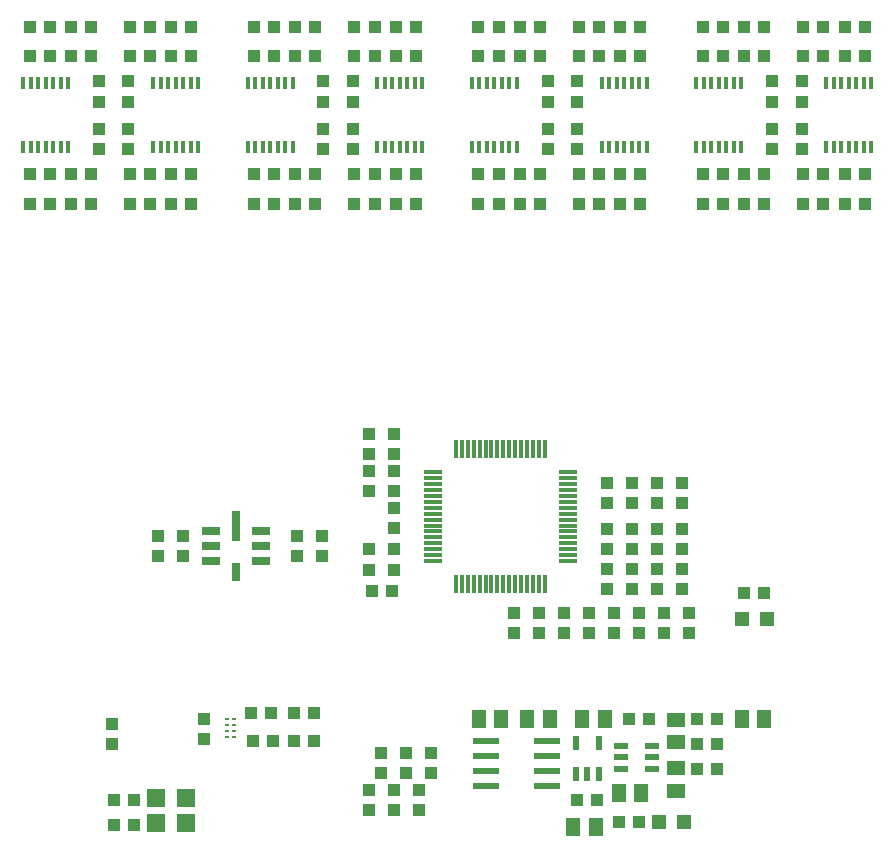
<source format=gbr>
G04 EAGLE Gerber RS-274X export*
G75*
%MOMM*%
%FSLAX34Y34*%
%LPD*%
%INSolderpaste Top*%
%IPPOS*%
%AMOC8*
5,1,8,0,0,1.08239X$1,22.5*%
G01*
%ADD10R,1.000000X1.100000*%
%ADD11R,1.100000X1.000000*%
%ADD12R,0.300000X1.500000*%
%ADD13R,1.500000X0.300000*%
%ADD14R,0.304800X0.990600*%
%ADD15R,1.600000X1.500000*%
%ADD16R,1.200000X0.550000*%
%ADD17R,0.550000X1.200000*%
%ADD18R,1.300000X1.500000*%
%ADD19R,1.500000X1.300000*%
%ADD20R,1.200000X1.200000*%
%ADD21R,2.200000X0.600000*%
%ADD22R,0.700000X2.500000*%
%ADD23R,0.700000X1.600000*%
%ADD24R,1.500000X0.700000*%
%ADD25R,0.350000X0.250000*%


D10*
X577500Y296000D03*
X577500Y279000D03*
X556250Y296000D03*
X556250Y279000D03*
X535000Y296000D03*
X535000Y279000D03*
X333750Y378500D03*
X333750Y361500D03*
X355000Y378500D03*
X355000Y361500D03*
X333750Y392750D03*
X333750Y409750D03*
X355000Y392750D03*
X355000Y409750D03*
X598750Y351500D03*
X598750Y368500D03*
X577500Y351500D03*
X577500Y368500D03*
X535000Y351500D03*
X535000Y368500D03*
X556250Y351500D03*
X556250Y368500D03*
X535000Y329750D03*
X535000Y312750D03*
X556250Y329750D03*
X556250Y312750D03*
X355000Y312250D03*
X355000Y295250D03*
D11*
X353500Y277500D03*
X336500Y277500D03*
D10*
X598750Y329750D03*
X598750Y312750D03*
X577500Y329750D03*
X577500Y312750D03*
X333750Y312250D03*
X333750Y295250D03*
X355000Y347250D03*
X355000Y330250D03*
X598750Y296000D03*
X598750Y279000D03*
D11*
X498750Y258500D03*
X498750Y241500D03*
X605000Y241500D03*
X605000Y258500D03*
X583750Y241500D03*
X583750Y258500D03*
X562500Y241500D03*
X562500Y258500D03*
X541250Y241500D03*
X541250Y258500D03*
D12*
X482500Y397000D03*
X477500Y397000D03*
X472500Y397000D03*
X467500Y397000D03*
X462500Y397000D03*
X457500Y397000D03*
X452500Y397000D03*
X447500Y397000D03*
X442500Y397000D03*
X437500Y397000D03*
X432500Y397000D03*
X427500Y397000D03*
X422500Y397000D03*
X417500Y397000D03*
X412500Y397000D03*
X407500Y397000D03*
D13*
X388000Y377500D03*
X388000Y372500D03*
X388000Y367500D03*
X388000Y362500D03*
X388000Y357500D03*
X388000Y352500D03*
X388000Y347500D03*
X388000Y342500D03*
X388000Y337500D03*
X388000Y332500D03*
X388000Y327500D03*
X388000Y322500D03*
X388000Y317500D03*
X388000Y312500D03*
X388000Y307500D03*
X388000Y302500D03*
D12*
X407500Y283000D03*
X412500Y283000D03*
X417500Y283000D03*
X422500Y283000D03*
X427500Y283000D03*
X432500Y283000D03*
X437500Y283000D03*
X442500Y283000D03*
X447500Y283000D03*
X452500Y283000D03*
X457500Y283000D03*
X462500Y283000D03*
X467500Y283000D03*
X472500Y283000D03*
X477500Y283000D03*
X482500Y283000D03*
D13*
X502000Y302500D03*
X502000Y307500D03*
X502000Y312500D03*
X502000Y317500D03*
X502000Y322500D03*
X502000Y327500D03*
X502000Y332500D03*
X502000Y337500D03*
X502000Y342500D03*
X502000Y347500D03*
X502000Y352500D03*
X502000Y357500D03*
X502000Y362500D03*
X502000Y367500D03*
X502000Y372500D03*
X502000Y377500D03*
D11*
X520000Y258500D03*
X520000Y241500D03*
D14*
X79050Y707178D03*
X72700Y707178D03*
X66350Y707178D03*
X60000Y707178D03*
X53650Y707178D03*
X47300Y707178D03*
X40950Y707178D03*
X79050Y652822D03*
X72700Y652822D03*
X66350Y652822D03*
X60000Y652822D03*
X53650Y652822D03*
X47300Y652822D03*
X40950Y652822D03*
D10*
X98500Y755000D03*
X81500Y755000D03*
D11*
X81500Y730000D03*
X98500Y730000D03*
D10*
X105000Y691500D03*
X105000Y708500D03*
X105000Y668500D03*
X105000Y651500D03*
X98500Y630000D03*
X81500Y630000D03*
D11*
X81500Y605000D03*
X98500Y605000D03*
D10*
X46500Y755000D03*
X63500Y755000D03*
D11*
X63500Y730000D03*
X46500Y730000D03*
D10*
X46500Y630000D03*
X63500Y630000D03*
D11*
X63500Y605000D03*
X46500Y605000D03*
D14*
X189050Y707178D03*
X182700Y707178D03*
X176350Y707178D03*
X170000Y707178D03*
X163650Y707178D03*
X157300Y707178D03*
X150950Y707178D03*
X189050Y652822D03*
X182700Y652822D03*
X176350Y652822D03*
X170000Y652822D03*
X163650Y652822D03*
X157300Y652822D03*
X150950Y652822D03*
D10*
X183500Y755000D03*
X166500Y755000D03*
D11*
X166500Y730000D03*
X183500Y730000D03*
D10*
X130000Y691500D03*
X130000Y708500D03*
X130000Y668500D03*
X130000Y651500D03*
X183500Y630000D03*
X166500Y630000D03*
D11*
X166500Y605000D03*
X183500Y605000D03*
D10*
X131500Y755000D03*
X148500Y755000D03*
D11*
X148500Y730000D03*
X131500Y730000D03*
D10*
X131500Y630000D03*
X148500Y630000D03*
D11*
X148500Y605000D03*
X131500Y605000D03*
D14*
X269050Y707178D03*
X262700Y707178D03*
X256350Y707178D03*
X250000Y707178D03*
X243650Y707178D03*
X237300Y707178D03*
X230950Y707178D03*
X269050Y652822D03*
X262700Y652822D03*
X256350Y652822D03*
X250000Y652822D03*
X243650Y652822D03*
X237300Y652822D03*
X230950Y652822D03*
D10*
X288500Y755000D03*
X271500Y755000D03*
D11*
X271500Y730000D03*
X288500Y730000D03*
D10*
X295000Y691500D03*
X295000Y708500D03*
X295000Y668500D03*
X295000Y651500D03*
X288500Y630000D03*
X271500Y630000D03*
D11*
X271500Y605000D03*
X288500Y605000D03*
D10*
X236500Y755000D03*
X253500Y755000D03*
D11*
X253500Y730000D03*
X236500Y730000D03*
D10*
X236500Y630000D03*
X253500Y630000D03*
D11*
X253500Y605000D03*
X236500Y605000D03*
D14*
X379050Y707178D03*
X372700Y707178D03*
X366350Y707178D03*
X360000Y707178D03*
X353650Y707178D03*
X347300Y707178D03*
X340950Y707178D03*
X379050Y652822D03*
X372700Y652822D03*
X366350Y652822D03*
X360000Y652822D03*
X353650Y652822D03*
X347300Y652822D03*
X340950Y652822D03*
D10*
X373500Y755000D03*
X356500Y755000D03*
D11*
X356500Y730000D03*
X373500Y730000D03*
D10*
X320000Y691500D03*
X320000Y708500D03*
X320000Y668500D03*
X320000Y651500D03*
X373500Y630000D03*
X356500Y630000D03*
D11*
X356500Y605000D03*
X373500Y605000D03*
D10*
X321500Y755000D03*
X338500Y755000D03*
D11*
X338500Y730000D03*
X321500Y730000D03*
D10*
X321500Y630000D03*
X338500Y630000D03*
D11*
X338500Y605000D03*
X321500Y605000D03*
D14*
X459050Y707178D03*
X452700Y707178D03*
X446350Y707178D03*
X440000Y707178D03*
X433650Y707178D03*
X427300Y707178D03*
X420950Y707178D03*
X459050Y652822D03*
X452700Y652822D03*
X446350Y652822D03*
X440000Y652822D03*
X433650Y652822D03*
X427300Y652822D03*
X420950Y652822D03*
D10*
X478500Y755000D03*
X461500Y755000D03*
D11*
X461500Y730000D03*
X478500Y730000D03*
D10*
X485000Y691500D03*
X485000Y708500D03*
X485000Y668500D03*
X485000Y651500D03*
X478500Y630000D03*
X461500Y630000D03*
D11*
X461500Y605000D03*
X478500Y605000D03*
D10*
X426500Y755000D03*
X443500Y755000D03*
D11*
X443500Y730000D03*
X426500Y730000D03*
D10*
X426500Y630000D03*
X443500Y630000D03*
D11*
X443500Y605000D03*
X426500Y605000D03*
D14*
X569050Y707178D03*
X562700Y707178D03*
X556350Y707178D03*
X550000Y707178D03*
X543650Y707178D03*
X537300Y707178D03*
X530950Y707178D03*
X569050Y652822D03*
X562700Y652822D03*
X556350Y652822D03*
X550000Y652822D03*
X543650Y652822D03*
X537300Y652822D03*
X530950Y652822D03*
D10*
X563500Y755000D03*
X546500Y755000D03*
D11*
X546500Y730000D03*
X563500Y730000D03*
D10*
X510000Y691500D03*
X510000Y708500D03*
X510000Y668500D03*
X510000Y651500D03*
X563500Y630000D03*
X546500Y630000D03*
D11*
X546500Y605000D03*
X563500Y605000D03*
D10*
X511500Y755000D03*
X528500Y755000D03*
D11*
X528500Y730000D03*
X511500Y730000D03*
D10*
X511500Y630000D03*
X528500Y630000D03*
D11*
X528500Y605000D03*
X511500Y605000D03*
D14*
X649050Y707178D03*
X642700Y707178D03*
X636350Y707178D03*
X630000Y707178D03*
X623650Y707178D03*
X617300Y707178D03*
X610950Y707178D03*
X649050Y652822D03*
X642700Y652822D03*
X636350Y652822D03*
X630000Y652822D03*
X623650Y652822D03*
X617300Y652822D03*
X610950Y652822D03*
D10*
X668500Y755000D03*
X651500Y755000D03*
D11*
X651500Y730000D03*
X668500Y730000D03*
D10*
X675000Y691500D03*
X675000Y708500D03*
X675000Y668500D03*
X675000Y651500D03*
X668500Y630000D03*
X651500Y630000D03*
D11*
X651500Y605000D03*
X668500Y605000D03*
D10*
X616500Y755000D03*
X633500Y755000D03*
D11*
X633500Y730000D03*
X616500Y730000D03*
D10*
X616500Y630000D03*
X633500Y630000D03*
D11*
X633500Y605000D03*
X616500Y605000D03*
D14*
X759050Y707178D03*
X752700Y707178D03*
X746350Y707178D03*
X740000Y707178D03*
X733650Y707178D03*
X727300Y707178D03*
X720950Y707178D03*
X759050Y652822D03*
X752700Y652822D03*
X746350Y652822D03*
X740000Y652822D03*
X733650Y652822D03*
X727300Y652822D03*
X720950Y652822D03*
D10*
X753500Y755000D03*
X736500Y755000D03*
D11*
X736500Y730000D03*
X753500Y730000D03*
D10*
X700000Y691500D03*
X700000Y708500D03*
X700000Y668500D03*
X700000Y651500D03*
X753500Y630000D03*
X736500Y630000D03*
D11*
X736500Y605000D03*
X753500Y605000D03*
D10*
X701500Y755000D03*
X718500Y755000D03*
D11*
X718500Y730000D03*
X701500Y730000D03*
D10*
X701500Y630000D03*
X718500Y630000D03*
D11*
X718500Y605000D03*
X701500Y605000D03*
D10*
X176250Y323500D03*
X176250Y306500D03*
D15*
X178950Y102250D03*
X178950Y80250D03*
X153550Y102250D03*
X153550Y80250D03*
D11*
X134750Y100000D03*
X117750Y100000D03*
D10*
X117750Y78750D03*
X134750Y78750D03*
D11*
X116250Y164750D03*
X116250Y147750D03*
D16*
X573000Y126750D03*
X573000Y136250D03*
X573000Y145750D03*
X547000Y145750D03*
X547000Y126750D03*
X547000Y136250D03*
D17*
X509250Y122000D03*
X518750Y122000D03*
X528250Y122000D03*
X528250Y148000D03*
X509250Y148000D03*
D11*
X527250Y100000D03*
X510250Y100000D03*
D18*
X545500Y106250D03*
X564500Y106250D03*
D19*
X593750Y168250D03*
X593750Y149250D03*
D18*
X525750Y77500D03*
X506750Y77500D03*
X514250Y168750D03*
X533250Y168750D03*
D11*
X554000Y168750D03*
X571000Y168750D03*
D19*
X593750Y127000D03*
X593750Y108000D03*
D18*
X649250Y168750D03*
X668250Y168750D03*
D10*
X611500Y168750D03*
X628500Y168750D03*
X628500Y147500D03*
X611500Y147500D03*
X611500Y126250D03*
X628500Y126250D03*
D11*
X376250Y108500D03*
X376250Y91500D03*
X333750Y108500D03*
X333750Y91500D03*
X456250Y258500D03*
X456250Y241500D03*
X386250Y139750D03*
X386250Y122750D03*
D20*
X579500Y81250D03*
X600500Y81250D03*
X670500Y253750D03*
X649500Y253750D03*
D10*
X562250Y81250D03*
X545250Y81250D03*
X668500Y275000D03*
X651500Y275000D03*
D21*
X432750Y137600D03*
X484750Y137600D03*
X432750Y150300D03*
X432750Y124900D03*
X432750Y112200D03*
X484750Y150300D03*
X484750Y124900D03*
X484750Y112200D03*
D18*
X426750Y168750D03*
X445750Y168750D03*
X468000Y168750D03*
X487000Y168750D03*
D10*
X293750Y323500D03*
X293750Y306500D03*
X272500Y323500D03*
X272500Y306500D03*
D22*
X221250Y332500D03*
D23*
X221250Y293000D03*
D24*
X199750Y315000D03*
X199750Y327700D03*
X199750Y302300D03*
X242750Y327700D03*
X242750Y315000D03*
X242750Y302300D03*
D10*
X155000Y323500D03*
X155000Y306500D03*
D25*
X213250Y168750D03*
X213250Y163750D03*
X213250Y158750D03*
X213250Y153750D03*
X219250Y153750D03*
X219250Y158750D03*
X219250Y163750D03*
X219250Y168750D03*
D10*
X193750Y168500D03*
X193750Y151500D03*
D11*
X365000Y122750D03*
X365000Y139750D03*
X477500Y241500D03*
X477500Y258500D03*
X343750Y122750D03*
X343750Y139750D03*
X355000Y91500D03*
X355000Y108500D03*
D10*
X270250Y150000D03*
X287250Y150000D03*
X270250Y173750D03*
X287250Y173750D03*
X252250Y150000D03*
X235250Y150000D03*
X251000Y173750D03*
X234000Y173750D03*
M02*

</source>
